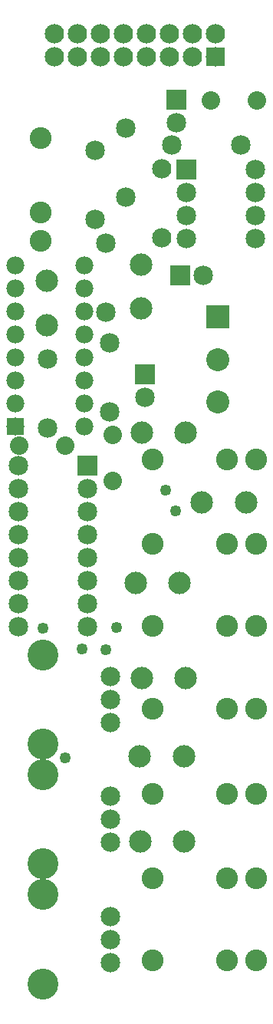
<source format=gts>
G04 MADE WITH FRITZING*
G04 WWW.FRITZING.ORG*
G04 DOUBLE SIDED*
G04 HOLES PLATED*
G04 CONTOUR ON CENTER OF CONTOUR VECTOR*
%ASAXBY*%
%FSLAX23Y23*%
%MOIN*%
%OFA0B0*%
%SFA1.0B1.0*%
%ADD10C,0.077559*%
%ADD11C,0.095000*%
%ADD12C,0.097500*%
%ADD13C,0.084000*%
%ADD14C,0.100000*%
%ADD15C,0.049370*%
%ADD16C,0.085000*%
%ADD17C,0.084667*%
%ADD18C,0.084695*%
%ADD19C,0.134033*%
%ADD20C,0.080000*%
%ADD21R,0.077559X0.077559*%
%ADD22R,0.084000X0.084000*%
%ADD23R,0.100000X0.100000*%
%ADD24R,0.085000X0.085000*%
%LNMASK1*%
G90*
G70*
G54D10*
X78Y2497D03*
X378Y2497D03*
X78Y2597D03*
X378Y2597D03*
X78Y2697D03*
X378Y2697D03*
X78Y2797D03*
X378Y2797D03*
X78Y2897D03*
X378Y2897D03*
X78Y2997D03*
X378Y2997D03*
X78Y3097D03*
X378Y3097D03*
X78Y3197D03*
X378Y3197D03*
X78Y2497D03*
X378Y2497D03*
X78Y2597D03*
X378Y2597D03*
X78Y2697D03*
X378Y2697D03*
X78Y2797D03*
X378Y2797D03*
X78Y2897D03*
X378Y2897D03*
X78Y2997D03*
X378Y2997D03*
X78Y3097D03*
X378Y3097D03*
X78Y3197D03*
X378Y3197D03*
G54D11*
X1123Y177D03*
X999Y177D03*
X674Y177D03*
X1123Y536D03*
X999Y536D03*
X674Y536D03*
X1123Y1270D03*
X999Y1270D03*
X674Y1270D03*
X1123Y902D03*
X999Y902D03*
X674Y902D03*
X1123Y1630D03*
X999Y1630D03*
X674Y1630D03*
X1123Y1988D03*
X999Y1988D03*
X674Y1988D03*
X1123Y2353D03*
X999Y2353D03*
X674Y2353D03*
X189Y3303D03*
X189Y3427D03*
X189Y3752D03*
G54D12*
X812Y693D03*
X620Y693D03*
X812Y693D03*
X620Y693D03*
X812Y1065D03*
X619Y1065D03*
X812Y1065D03*
X619Y1065D03*
X626Y1403D03*
X819Y1403D03*
X626Y1403D03*
X819Y1403D03*
X792Y1817D03*
X600Y1817D03*
X792Y1817D03*
X600Y1817D03*
X887Y2169D03*
X1080Y2169D03*
X887Y2169D03*
X1080Y2169D03*
X626Y2471D03*
X819Y2471D03*
X626Y2471D03*
X819Y2471D03*
X624Y3202D03*
X624Y3010D03*
X214Y3131D03*
X214Y2939D03*
G54D13*
X946Y4203D03*
X846Y4203D03*
X746Y4203D03*
X646Y4203D03*
X546Y4203D03*
X446Y4203D03*
X346Y4203D03*
X246Y4203D03*
X946Y4103D03*
X846Y4103D03*
X746Y4103D03*
X646Y4103D03*
X546Y4103D03*
X446Y4103D03*
X346Y4103D03*
X246Y4103D03*
X946Y4203D03*
X846Y4203D03*
X746Y4203D03*
X646Y4203D03*
X546Y4203D03*
X446Y4203D03*
X346Y4203D03*
X246Y4203D03*
X946Y4103D03*
X846Y4103D03*
X746Y4103D03*
X646Y4103D03*
X546Y4103D03*
X446Y4103D03*
X346Y4103D03*
X246Y4103D03*
X713Y3617D03*
X713Y3317D03*
X713Y3617D03*
X713Y3317D03*
G54D14*
X956Y2789D03*
X956Y2603D03*
X956Y2974D03*
G54D15*
X471Y1528D03*
X731Y2221D03*
X294Y1058D03*
X199Y1622D03*
X366Y1531D03*
G54D16*
X821Y3614D03*
X1121Y3614D03*
X821Y3514D03*
X1121Y3514D03*
X821Y3414D03*
X1121Y3414D03*
X821Y3314D03*
X1121Y3314D03*
X793Y3153D03*
X893Y3153D03*
X640Y2723D03*
X640Y2623D03*
X778Y3918D03*
X778Y3818D03*
X392Y2329D03*
X92Y2329D03*
X392Y2229D03*
X92Y2229D03*
X392Y2129D03*
X92Y2129D03*
X392Y2029D03*
X92Y2029D03*
X392Y1929D03*
X92Y1929D03*
X392Y1829D03*
X92Y1829D03*
X392Y1729D03*
X92Y1729D03*
X392Y1629D03*
X92Y1629D03*
X392Y2329D03*
X92Y2329D03*
X392Y2229D03*
X92Y2229D03*
X392Y2129D03*
X92Y2129D03*
X392Y2029D03*
X92Y2029D03*
X392Y1929D03*
X92Y1929D03*
X392Y1829D03*
X92Y1829D03*
X392Y1729D03*
X92Y1729D03*
X392Y1629D03*
X92Y1629D03*
G54D17*
X491Y692D03*
X491Y792D03*
G54D18*
X491Y892D03*
G54D19*
X196Y597D03*
X196Y986D03*
G54D17*
X491Y169D03*
X491Y269D03*
G54D18*
X491Y369D03*
G54D19*
X196Y74D03*
X196Y463D03*
G54D17*
X491Y1211D03*
X491Y1311D03*
G54D18*
X491Y1411D03*
G54D19*
X196Y1117D03*
X196Y1505D03*
G54D16*
X217Y2490D03*
X217Y2790D03*
X1057Y3720D03*
X757Y3720D03*
X558Y3794D03*
X558Y3494D03*
X424Y3397D03*
X424Y3697D03*
X472Y3294D03*
X472Y2994D03*
X488Y2860D03*
X488Y2560D03*
G54D20*
X1127Y3914D03*
X927Y3914D03*
X293Y2416D03*
X93Y2416D03*
X501Y2462D03*
X501Y2262D03*
G54D15*
X517Y1623D03*
X773Y2132D03*
G54D21*
X78Y2497D03*
X78Y2497D03*
G54D22*
X946Y4103D03*
X946Y4103D03*
G54D23*
X956Y2974D03*
G54D24*
X821Y3614D03*
X793Y3153D03*
X640Y2723D03*
X778Y3918D03*
X392Y2329D03*
X392Y2329D03*
G04 End of Mask1*
M02*
</source>
